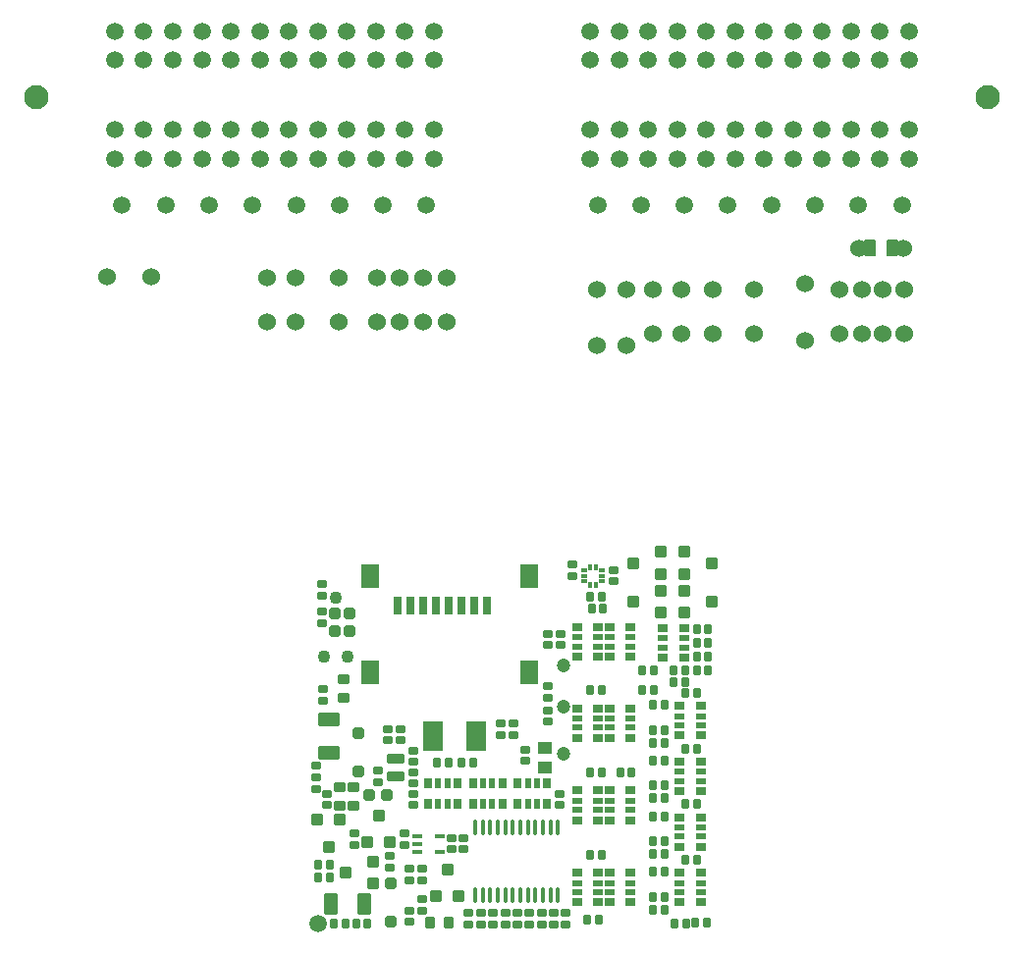
<source format=gbs>
G75*
G70*
%OFA0B0*%
%FSLAX25Y25*%
%IPPOS*%
%LPD*%
%AMOC8*
5,1,8,0,0,1.08239X$1,22.5*
%
%AMM104*
21,1,0.037400,0.026770,-0.000000,0.000000,180.000000*
21,1,0.026770,0.037400,-0.000000,0.000000,180.000000*
1,1,0.010630,-0.013390,0.013390*
1,1,0.010630,0.013390,0.013390*
1,1,0.010630,0.013390,-0.013390*
1,1,0.010630,-0.013390,-0.013390*
%
%AMM105*
21,1,0.029530,0.026380,-0.000000,0.000000,90.000000*
21,1,0.020470,0.035430,-0.000000,0.000000,90.000000*
1,1,0.009060,0.013190,0.010240*
1,1,0.009060,0.013190,-0.010240*
1,1,0.009060,-0.013190,-0.010240*
1,1,0.009060,-0.013190,0.010240*
%
%AMM106*
21,1,0.021650,0.027950,-0.000000,0.000000,90.000000*
21,1,0.014170,0.035430,-0.000000,0.000000,90.000000*
1,1,0.007480,0.013980,0.007090*
1,1,0.007480,0.013980,-0.007090*
1,1,0.007480,-0.013980,-0.007090*
1,1,0.007480,-0.013980,0.007090*
%
%AMM107*
21,1,0.037400,0.026770,-0.000000,0.000000,90.000000*
21,1,0.026770,0.037400,-0.000000,0.000000,90.000000*
1,1,0.010630,0.013390,0.013390*
1,1,0.010630,0.013390,-0.013390*
1,1,0.010630,-0.013390,-0.013390*
1,1,0.010630,-0.013390,0.013390*
%
%AMM108*
21,1,0.082680,0.045670,-0.000000,0.000000,270.000000*
21,1,0.067320,0.061020,-0.000000,0.000000,270.000000*
1,1,0.015350,-0.022840,-0.033660*
1,1,0.015350,-0.022840,0.033660*
1,1,0.015350,0.022840,0.033660*
1,1,0.015350,0.022840,-0.033660*
%
%AMM109*
21,1,0.062990,0.020470,-0.000000,0.000000,270.000000*
21,1,0.053940,0.029530,-0.000000,0.000000,270.000000*
1,1,0.009060,-0.010240,-0.026970*
1,1,0.009060,-0.010240,0.026970*
1,1,0.009060,0.010240,0.026970*
1,1,0.009060,0.010240,-0.026970*
%
%AMM110*
21,1,0.039370,0.030320,-0.000000,0.000000,270.000000*
21,1,0.028350,0.041340,-0.000000,0.000000,270.000000*
1,1,0.011020,-0.015160,-0.014170*
1,1,0.011020,-0.015160,0.014170*
1,1,0.011020,0.015160,0.014170*
1,1,0.011020,0.015160,-0.014170*
%
%AMM111*
21,1,0.016540,0.028980,-0.000000,0.000000,270.000000*
21,1,0.010080,0.035430,-0.000000,0.000000,270.000000*
1,1,0.006460,-0.014490,-0.005040*
1,1,0.006460,-0.014490,0.005040*
1,1,0.006460,0.014490,0.005040*
1,1,0.006460,0.014490,-0.005040*
%
%AMM112*
21,1,0.074800,0.036220,-0.000000,0.000000,90.000000*
21,1,0.061810,0.049210,-0.000000,0.000000,90.000000*
1,1,0.012990,0.018110,0.030910*
1,1,0.012990,0.018110,-0.030910*
1,1,0.012990,-0.018110,-0.030910*
1,1,0.012990,-0.018110,0.030910*
%
%AMM113*
21,1,0.039760,0.026770,-0.000000,0.000000,90.000000*
21,1,0.029130,0.037400,-0.000000,0.000000,90.000000*
1,1,0.010630,0.013390,0.014570*
1,1,0.010630,0.013390,-0.014570*
1,1,0.010630,-0.013390,-0.014570*
1,1,0.010630,-0.013390,0.014570*
%
%AMM114*
21,1,0.031500,0.049610,-0.000000,0.000000,90.000000*
21,1,0.022050,0.059060,-0.000000,0.000000,90.000000*
1,1,0.009450,0.024800,0.011020*
1,1,0.009450,0.024800,-0.011020*
1,1,0.009450,-0.024800,-0.011020*
1,1,0.009450,-0.024800,0.011020*
%
%AMM115*
21,1,0.074800,0.036220,-0.000000,0.000000,180.000000*
21,1,0.061810,0.049210,-0.000000,0.000000,180.000000*
1,1,0.012990,-0.030910,0.018110*
1,1,0.012990,0.030910,0.018110*
1,1,0.012990,0.030910,-0.018110*
1,1,0.012990,-0.030910,-0.018110*
%
%AMM116*
21,1,0.031500,0.030710,-0.000000,0.000000,180.000000*
21,1,0.022050,0.040160,-0.000000,0.000000,180.000000*
1,1,0.009450,-0.011020,0.015350*
1,1,0.009450,0.011020,0.015350*
1,1,0.009450,0.011020,-0.015350*
1,1,0.009450,-0.011020,-0.015350*
%
%AMM75*
21,1,0.029530,0.026380,-0.000000,0.000000,0.000000*
21,1,0.020470,0.035430,-0.000000,0.000000,0.000000*
1,1,0.009060,0.010240,-0.013190*
1,1,0.009060,-0.010240,-0.013190*
1,1,0.009060,-0.010240,0.013190*
1,1,0.009060,0.010240,0.013190*
%
%AMM76*
21,1,0.021650,0.027950,-0.000000,0.000000,0.000000*
21,1,0.014170,0.035430,-0.000000,0.000000,0.000000*
1,1,0.007480,0.007090,-0.013980*
1,1,0.007480,-0.007090,-0.013980*
1,1,0.007480,-0.007090,0.013980*
1,1,0.007480,0.007090,0.013980*
%
%AMM79*
21,1,0.031500,0.018900,-0.000000,0.000000,180.000000*
21,1,0.022840,0.027560,-0.000000,0.000000,180.000000*
1,1,0.008660,-0.011420,0.009450*
1,1,0.008660,0.011420,0.009450*
1,1,0.008660,0.011420,-0.009450*
1,1,0.008660,-0.011420,-0.009450*
%
%AMM81*
21,1,0.031500,0.018900,-0.000000,0.000000,270.000000*
21,1,0.022840,0.027560,-0.000000,0.000000,270.000000*
1,1,0.008660,-0.009450,-0.011420*
1,1,0.008660,-0.009450,0.011420*
1,1,0.008660,0.009450,0.011420*
1,1,0.008660,0.009450,-0.011420*
%
%AMM83*
21,1,0.039370,0.030320,-0.000000,0.000000,0.000000*
21,1,0.028350,0.041340,-0.000000,0.000000,0.000000*
1,1,0.011020,0.014170,-0.015160*
1,1,0.011020,-0.014170,-0.015160*
1,1,0.011020,-0.014170,0.015160*
1,1,0.011020,0.014170,0.015160*
%
%AMM86*
21,1,0.031500,0.030710,-0.000000,0.000000,90.000000*
21,1,0.022050,0.040160,-0.000000,0.000000,90.000000*
1,1,0.009450,0.015350,0.011020*
1,1,0.009450,0.015350,-0.011020*
1,1,0.009450,-0.015350,-0.011020*
1,1,0.009450,-0.015350,0.011020*
%
%ADD10C,0.05906*%
%ADD103C,0.04724*%
%ADD104C,0.04294*%
%ADD11C,0.06000*%
%ADD135R,0.01772X0.01870*%
%ADD141R,0.01870X0.01772*%
%ADD165M75*%
%ADD166M76*%
%ADD170M79*%
%ADD172M81*%
%ADD174M83*%
%ADD178M86*%
%ADD199M104*%
%ADD200M105*%
%ADD201M106*%
%ADD202M107*%
%ADD203M108*%
%ADD204M109*%
%ADD205M110*%
%ADD206M111*%
%ADD207O,0.01378X0.05354*%
%ADD208M112*%
%ADD209M113*%
%ADD210R,0.07087X0.09843*%
%ADD211M114*%
%ADD212R,0.04724X0.04331*%
%ADD213M115*%
%ADD214M116*%
%ADD29C,0.08268*%
X0000000Y0000000D02*
%LPD*%
G01*
D29*
X0008481Y0330774D03*
X0331316Y0330774D03*
D10*
X0304741Y0353214D03*
X0294899Y0353214D03*
X0285056Y0353214D03*
X0275214Y0353214D03*
X0265371Y0353214D03*
X0255529Y0353214D03*
X0245686Y0353214D03*
X0235844Y0353214D03*
X0226001Y0353214D03*
X0216159Y0353214D03*
X0206316Y0353214D03*
X0196473Y0353214D03*
X0304741Y0343372D03*
X0294899Y0343372D03*
X0285056Y0343372D03*
X0275214Y0343372D03*
X0265371Y0343372D03*
X0255529Y0343372D03*
X0245686Y0343372D03*
X0235844Y0343372D03*
X0226001Y0343372D03*
X0216159Y0343372D03*
X0206316Y0343372D03*
X0196473Y0343372D03*
X0304741Y0319750D03*
X0294899Y0319750D03*
X0285056Y0319750D03*
X0275214Y0319750D03*
X0265371Y0319750D03*
X0255529Y0319750D03*
X0245686Y0319750D03*
X0235844Y0319750D03*
X0226001Y0319750D03*
X0216159Y0319750D03*
X0206316Y0319750D03*
X0196473Y0319750D03*
X0304741Y0309907D03*
X0294899Y0309907D03*
X0285056Y0309907D03*
X0275214Y0309907D03*
X0265371Y0309907D03*
X0255529Y0309907D03*
X0245686Y0309907D03*
X0235844Y0309907D03*
X0226001Y0309907D03*
X0216159Y0309907D03*
X0206316Y0309907D03*
X0196473Y0309907D03*
X0302281Y0294159D03*
X0287517Y0294159D03*
X0272753Y0294159D03*
X0257989Y0294159D03*
X0243225Y0294159D03*
X0228462Y0294159D03*
X0213698Y0294159D03*
X0198934Y0294159D03*
X0143324Y0353214D03*
X0133481Y0353214D03*
X0123639Y0353214D03*
X0113796Y0353214D03*
X0103954Y0353214D03*
X0094111Y0353214D03*
X0084269Y0353214D03*
X0074426Y0353214D03*
X0064584Y0353214D03*
X0054741Y0353214D03*
X0044899Y0353214D03*
X0035056Y0353214D03*
X0143324Y0343372D03*
X0133481Y0343372D03*
X0123639Y0343372D03*
X0113796Y0343372D03*
X0103954Y0343372D03*
X0094111Y0343372D03*
X0084269Y0343372D03*
X0074426Y0343372D03*
X0064584Y0343372D03*
X0054741Y0343372D03*
X0044899Y0343372D03*
X0035056Y0343372D03*
X0143324Y0319750D03*
X0133481Y0319750D03*
X0123639Y0319750D03*
X0113796Y0319750D03*
X0103954Y0319750D03*
X0094111Y0319750D03*
X0084269Y0319750D03*
X0074426Y0319750D03*
X0064584Y0319750D03*
X0054741Y0319750D03*
X0044899Y0319750D03*
X0035056Y0319750D03*
X0143324Y0309907D03*
X0133481Y0309907D03*
X0123639Y0309907D03*
X0113796Y0309907D03*
X0103954Y0309907D03*
X0094111Y0309907D03*
X0084269Y0309907D03*
X0074426Y0309907D03*
X0064584Y0309907D03*
X0054741Y0309907D03*
X0044899Y0309907D03*
X0035056Y0309907D03*
X0140863Y0294159D03*
X0126099Y0294159D03*
X0111336Y0294159D03*
X0096572Y0294159D03*
X0081808Y0294159D03*
X0067044Y0294159D03*
X0052281Y0294159D03*
X0037517Y0294159D03*
D11*
X0131890Y0269311D03*
X0131890Y0254311D03*
X0032244Y0269685D03*
X0047244Y0269685D03*
X0124016Y0269311D03*
X0124016Y0254311D03*
X0086614Y0269311D03*
X0086614Y0254311D03*
X0208661Y0265551D03*
X0208661Y0246260D03*
X0111220Y0269311D03*
X0111220Y0254311D03*
X0269291Y0267520D03*
X0269291Y0248228D03*
X0198819Y0265551D03*
X0198819Y0246260D03*
X0251969Y0265374D03*
X0251969Y0250374D03*
X0147638Y0269311D03*
X0147638Y0254311D03*
X0303150Y0265374D03*
X0303150Y0250374D03*
X0281102Y0265374D03*
X0281102Y0250374D03*
X0288583Y0265374D03*
X0288583Y0250374D03*
X0139764Y0269311D03*
X0139764Y0254311D03*
X0295669Y0265374D03*
X0295669Y0250374D03*
X0096457Y0269311D03*
X0096457Y0254311D03*
X0227559Y0265374D03*
X0227559Y0250374D03*
X0238189Y0265374D03*
X0238189Y0250374D03*
X0217717Y0265374D03*
X0217717Y0250374D03*
X0287756Y0279528D03*
G36*
G01*
X0289547Y0277067D02*
X0289547Y0281988D01*
G75*
G02*
X0289941Y0282382I0000394J0000000D01*
G01*
X0293091Y0282382D01*
G75*
G02*
X0293484Y0281988I0000000J-000394D01*
G01*
X0293484Y0277067D01*
G75*
G02*
X0293091Y0276673I-000394J0000000D01*
G01*
X0289941Y0276673D01*
G75*
G02*
X0289547Y0277067I0000000J0000394D01*
G01*
G37*
G36*
G01*
X0297028Y0277067D02*
X0297028Y0281988D01*
G75*
G02*
X0297421Y0282382I0000394J0000000D01*
G01*
X0300571Y0282382D01*
G75*
G02*
X0300965Y0281988I0000000J-000394D01*
G01*
X0300965Y0277067D01*
G75*
G02*
X0300571Y0276673I-000394J0000000D01*
G01*
X0297421Y0276673D01*
G75*
G02*
X0297028Y0277067I0000000J0000394D01*
G01*
G37*
X0302756Y0279528D03*
X0241634Y0045768D02*
G01*
G75*
D165*
X0156595Y0097737D02*
D03*
X0181890Y0097737D02*
D03*
X0166634Y0097737D02*
D03*
X0171850Y0097737D02*
D03*
X0141339Y0090650D02*
D03*
X0141339Y0097737D02*
D03*
X0151378Y0097737D02*
D03*
X0151378Y0090650D02*
D03*
X0181890Y0090650D02*
D03*
X0171850Y0090650D02*
D03*
X0166634Y0090650D02*
D03*
X0156595Y0090650D02*
D03*
D166*
X0160040Y0097737D02*
D03*
X0175295Y0097737D02*
D03*
X0163189Y0097737D02*
D03*
X0178445Y0097737D02*
D03*
X0147933Y0097737D02*
D03*
X0144784Y0097737D02*
D03*
X0144784Y0090650D02*
D03*
X0147933Y0090650D02*
D03*
X0175295Y0090650D02*
D03*
X0178445Y0090650D02*
D03*
X0160040Y0090650D02*
D03*
X0163189Y0090650D02*
D03*
D170*
X0103445Y0099705D02*
D03*
X0103445Y0095768D02*
D03*
X0106988Y0094193D02*
D03*
X0106988Y0090256D02*
D03*
X0124311Y0102067D02*
D03*
X0124311Y0098130D02*
D03*
X0182013Y0130720D02*
D03*
X0182013Y0126783D02*
D03*
X0182013Y0122524D02*
D03*
X0182013Y0118587D02*
D03*
X0149546Y0079202D02*
D03*
X0149546Y0075265D02*
D03*
X0153269Y0079202D02*
D03*
X0153269Y0075265D02*
D03*
X0116437Y0076786D02*
D03*
X0116437Y0080723D02*
D03*
X0105504Y0165420D02*
D03*
X0105743Y0129672D02*
D03*
X0182013Y0144587D02*
D03*
X0127855Y0112303D02*
D03*
X0132185Y0112303D02*
D03*
X0136404Y0108873D02*
D03*
X0136349Y0097596D02*
D03*
X0166009Y0118012D02*
D03*
X0174494Y0105286D02*
D03*
X0204360Y0170203D02*
D03*
X0186516Y0144587D02*
D03*
X0103445Y0103642D02*
D03*
X0136440Y0090256D02*
D03*
X0135042Y0068603D02*
D03*
X0135042Y0054538D02*
D03*
X0139272Y0068603D02*
D03*
X0139272Y0054538D02*
D03*
X0186180Y0094241D02*
D03*
X0188091Y0049705D02*
D03*
X0127855Y0116240D02*
D03*
X0166009Y0114075D02*
D03*
X0170497Y0114075D02*
D03*
X0170497Y0118012D02*
D03*
X0190453Y0172146D02*
D03*
X0190453Y0168209D02*
D03*
X0204360Y0166266D02*
D03*
X0133536Y0080821D02*
D03*
X0133536Y0076884D02*
D03*
X0135042Y0050600D02*
D03*
X0136440Y0094193D02*
D03*
X0174494Y0109223D02*
D03*
X0136349Y0101533D02*
D03*
X0136404Y0104936D02*
D03*
X0139272Y0064666D02*
D03*
X0186180Y0090304D02*
D03*
X0188091Y0053642D02*
D03*
X0105743Y0125735D02*
D03*
X0103445Y0099705D02*
D03*
X0128469Y0072933D02*
D03*
X0128469Y0068996D02*
D03*
X0135042Y0064666D02*
D03*
X0186516Y0148524D02*
D03*
X0182013Y0148524D02*
D03*
X0132185Y0116240D02*
D03*
X0105504Y0161483D02*
D03*
X0105504Y0152167D02*
D03*
X0105504Y0156104D02*
D03*
X0139272Y0058475D02*
D03*
X0184154Y0049705D02*
D03*
X0184154Y0053642D02*
D03*
X0171752Y0049705D02*
D03*
X0171752Y0053642D02*
D03*
X0167618Y0049705D02*
D03*
X0167618Y0053642D02*
D03*
X0159350Y0049705D02*
D03*
X0159350Y0053642D02*
D03*
X0163484Y0049705D02*
D03*
X0163484Y0053642D02*
D03*
X0155217Y0049705D02*
D03*
X0155217Y0053642D02*
D03*
X0175886Y0049705D02*
D03*
X0175886Y0053642D02*
D03*
X0180020Y0049705D02*
D03*
X0180020Y0053642D02*
D03*
D172*
X0152658Y0104695D02*
D03*
X0148425Y0104695D02*
D03*
X0236516Y0150099D02*
D03*
X0236516Y0145374D02*
D03*
X0236516Y0140650D02*
D03*
X0236516Y0135926D02*
D03*
X0108169Y0065847D02*
D03*
X0108169Y0069981D02*
D03*
X0200390Y0161161D02*
D03*
X0196453Y0161161D02*
D03*
X0109351Y0050232D02*
D03*
X0113287Y0050232D02*
D03*
X0144488Y0104695D02*
D03*
X0156595Y0104695D02*
D03*
X0200886Y0156989D02*
D03*
X0196949Y0156989D02*
D03*
X0228662Y0132216D02*
D03*
X0224725Y0132216D02*
D03*
X0224725Y0135926D02*
D03*
X0228662Y0135926D02*
D03*
X0214075Y0135926D02*
D03*
X0218012Y0135926D02*
D03*
X0232579Y0135926D02*
D03*
X0232579Y0140650D02*
D03*
X0232579Y0150099D02*
D03*
X0232579Y0145374D02*
D03*
X0199385Y0051267D02*
D03*
X0195448Y0051267D02*
D03*
X0196358Y0101477D02*
D03*
X0200295Y0101477D02*
D03*
X0206595Y0101477D02*
D03*
X0210532Y0101477D02*
D03*
X0196358Y0073524D02*
D03*
X0200295Y0073524D02*
D03*
X0221752Y0096949D02*
D03*
X0217815Y0096949D02*
D03*
X0221752Y0067619D02*
D03*
X0217815Y0067619D02*
D03*
X0221752Y0054823D02*
D03*
X0217815Y0054823D02*
D03*
X0228662Y0071715D02*
D03*
X0232599Y0071715D02*
D03*
X0229036Y0050099D02*
D03*
X0225099Y0050099D02*
D03*
X0232185Y0050296D02*
D03*
X0236122Y0050296D02*
D03*
X0120877Y0050232D02*
D03*
X0116940Y0050232D02*
D03*
X0104232Y0065847D02*
D03*
X0104232Y0069981D02*
D03*
X0217815Y0073721D02*
D03*
X0221752Y0073721D02*
D03*
X0217815Y0078051D02*
D03*
X0221752Y0078051D02*
D03*
X0217815Y0086516D02*
D03*
X0221752Y0086516D02*
D03*
X0232599Y0090682D02*
D03*
X0228662Y0090682D02*
D03*
X0200295Y0129429D02*
D03*
X0196358Y0129429D02*
D03*
X0217815Y0059154D02*
D03*
X0221752Y0059154D02*
D03*
X0232599Y0109525D02*
D03*
X0228662Y0109525D02*
D03*
X0217815Y0105414D02*
D03*
X0221752Y0105414D02*
D03*
X0217815Y0092619D02*
D03*
X0221752Y0092619D02*
D03*
X0232599Y0128505D02*
D03*
X0228662Y0128505D02*
D03*
X0217815Y0124312D02*
D03*
X0221752Y0124312D02*
D03*
X0217815Y0115847D02*
D03*
X0221752Y0115847D02*
D03*
X0217815Y0111516D02*
D03*
X0221752Y0111516D02*
D03*
X0214075Y0129293D02*
D03*
X0218012Y0129293D02*
D03*
D174*
X0111378Y0085325D02*
D03*
X0120853Y0077585D02*
D03*
X0144223Y0059252D02*
D03*
D178*
X0112795Y0132973D02*
D03*
X0112795Y0126673D02*
D03*
X0111417Y0096359D02*
D03*
X0111417Y0090059D02*
D03*
X0116043Y0096359D02*
D03*
X0116043Y0090059D02*
D03*
D174*
X0147964Y0068504D02*
D03*
X0128333Y0077585D02*
D03*
X0124593Y0086837D02*
D03*
X0103898Y0085325D02*
D03*
X0107638Y0076073D02*
D03*
X0151704Y0059252D02*
D03*
D103*
X0187500Y0123681D02*
D03*
X0187500Y0137894D02*
D03*
X0187500Y0107894D02*
D03*
D104*
X0109941Y0160886D02*
D03*
X0113941Y0140886D02*
D03*
X0105941Y0140886D02*
D03*
D10*
X0104232Y0050099D02*
D03*
D199*
X0121240Y0093799D02*
D03*
X0127461Y0093799D02*
D03*
D200*
X0192028Y0123229D02*
D03*
X0199114Y0123229D02*
D03*
X0199114Y0113189D02*
D03*
X0192028Y0113189D02*
D03*
X0199114Y0095276D02*
D03*
X0199114Y0067323D02*
D03*
X0203051Y0085237D02*
D03*
X0228248Y0140355D02*
D03*
X0221162Y0140355D02*
D03*
X0221162Y0150394D02*
D03*
X0228248Y0150394D02*
D03*
X0210138Y0057284D02*
D03*
X0203051Y0057284D02*
D03*
X0203051Y0067323D02*
D03*
X0210138Y0067323D02*
D03*
X0192028Y0067323D02*
D03*
X0199114Y0057284D02*
D03*
X0192028Y0057284D02*
D03*
X0210138Y0085237D02*
D03*
X0203051Y0095276D02*
D03*
X0210138Y0095276D02*
D03*
X0192028Y0095276D02*
D03*
X0199114Y0085237D02*
D03*
X0192028Y0085237D02*
D03*
X0233957Y0086221D02*
D03*
X0226870Y0086221D02*
D03*
X0226870Y0076181D02*
D03*
X0233957Y0076181D02*
D03*
X0233957Y0067323D02*
D03*
X0226870Y0067323D02*
D03*
X0226870Y0057284D02*
D03*
X0233957Y0057284D02*
D03*
X0233957Y0105119D02*
D03*
X0226870Y0105119D02*
D03*
X0226870Y0095079D02*
D03*
X0233957Y0095079D02*
D03*
X0233957Y0124016D02*
D03*
X0226870Y0124016D02*
D03*
X0226870Y0113977D02*
D03*
X0233957Y0113977D02*
D03*
X0210138Y0123229D02*
D03*
X0203051Y0123229D02*
D03*
X0203051Y0113189D02*
D03*
X0210138Y0113189D02*
D03*
X0210138Y0150788D02*
D03*
X0203051Y0150788D02*
D03*
X0203051Y0140748D02*
D03*
X0210138Y0140748D02*
D03*
X0192028Y0140748D02*
D03*
X0199114Y0140748D02*
D03*
X0199114Y0150788D02*
D03*
X0192028Y0150788D02*
D03*
D201*
X0199114Y0116634D02*
D03*
X0199114Y0119784D02*
D03*
X0192028Y0119784D02*
D03*
X0192028Y0116634D02*
D03*
X0199114Y0091831D02*
D03*
X0199114Y0063878D02*
D03*
X0203051Y0088681D02*
D03*
X0221162Y0146949D02*
D03*
X0221162Y0143800D02*
D03*
X0228248Y0143800D02*
D03*
X0228248Y0146949D02*
D03*
X0203051Y0063878D02*
D03*
X0203051Y0060729D02*
D03*
X0210138Y0060729D02*
D03*
X0210138Y0063878D02*
D03*
X0199114Y0060729D02*
D03*
X0192028Y0063878D02*
D03*
X0192028Y0060729D02*
D03*
X0203051Y0091831D02*
D03*
X0210138Y0088681D02*
D03*
X0210138Y0091831D02*
D03*
X0199114Y0088682D02*
D03*
X0192028Y0091831D02*
D03*
X0192028Y0088682D02*
D03*
X0233957Y0082776D02*
D03*
X0233957Y0079626D02*
D03*
X0226870Y0079626D02*
D03*
X0226870Y0082776D02*
D03*
X0233957Y0063879D02*
D03*
X0233957Y0060729D02*
D03*
X0226870Y0060729D02*
D03*
X0226870Y0063879D02*
D03*
X0233957Y0101674D02*
D03*
X0233957Y0098524D02*
D03*
X0226870Y0098524D02*
D03*
X0226870Y0101674D02*
D03*
X0233957Y0120571D02*
D03*
X0233957Y0117422D02*
D03*
X0226870Y0117422D02*
D03*
X0226870Y0120571D02*
D03*
X0210138Y0119784D02*
D03*
X0210138Y0116634D02*
D03*
X0203051Y0116634D02*
D03*
X0203051Y0119784D02*
D03*
X0210138Y0147343D02*
D03*
X0210138Y0144193D02*
D03*
X0203051Y0144193D02*
D03*
X0203051Y0147343D02*
D03*
X0192028Y0144193D02*
D03*
X0192028Y0147343D02*
D03*
X0199114Y0147343D02*
D03*
X0199114Y0144193D02*
D03*
D202*
X0114764Y0155571D02*
D03*
X0109774Y0155571D02*
D03*
X0109774Y0149351D02*
D03*
X0114764Y0149351D02*
D03*
D203*
X0121654Y0168209D02*
D03*
X0121654Y0135532D02*
D03*
X0175787Y0168209D02*
D03*
X0175787Y0135532D02*
D03*
D204*
X0139685Y0157973D02*
D03*
X0131024Y0157973D02*
D03*
X0135354Y0157973D02*
D03*
X0144016Y0157973D02*
D03*
X0148347Y0157973D02*
D03*
X0152677Y0157973D02*
D03*
X0157008Y0157973D02*
D03*
X0161339Y0157973D02*
D03*
D205*
X0220295Y0176280D02*
D03*
X0220295Y0163076D02*
D03*
X0228327Y0168799D02*
D03*
X0228327Y0155596D02*
D03*
X0211043Y0172540D02*
D03*
X0211043Y0159336D02*
D03*
X0237579Y0159336D02*
D03*
X0122658Y0071162D02*
D03*
X0113406Y0067422D02*
D03*
X0237579Y0172540D02*
D03*
D141*
X0194522Y0170203D02*
D03*
X0194522Y0166266D02*
D03*
X0200526Y0170203D02*
D03*
X0200526Y0168235D02*
D03*
X0194522Y0168235D02*
D03*
X0200526Y0166266D02*
D03*
D206*
X0137874Y0079638D02*
D03*
X0137874Y0074520D02*
D03*
X0137874Y0077079D02*
D03*
X0145355Y0079638D02*
D03*
X0145355Y0074520D02*
D03*
D207*
X0157382Y0082855D02*
D03*
X0159941Y0059863D02*
D03*
X0157382Y0059863D02*
D03*
X0180413Y0082855D02*
D03*
X0182972Y0059863D02*
D03*
X0185532Y0059863D02*
D03*
X0180413Y0059863D02*
D03*
X0177854Y0059863D02*
D03*
X0175295Y0059863D02*
D03*
X0172736Y0059863D02*
D03*
X0170177Y0059863D02*
D03*
X0167618Y0059863D02*
D03*
X0165059Y0059863D02*
D03*
X0162500Y0059863D02*
D03*
X0185532Y0082855D02*
D03*
X0182972Y0082855D02*
D03*
X0177854Y0082855D02*
D03*
X0175295Y0082855D02*
D03*
X0172736Y0082855D02*
D03*
X0170177Y0082855D02*
D03*
X0167618Y0082855D02*
D03*
X0165059Y0082855D02*
D03*
X0162500Y0082855D02*
D03*
X0159941Y0082855D02*
D03*
D208*
X0119795Y0056792D02*
D03*
X0108377Y0056792D02*
D03*
D209*
X0117660Y0114882D02*
D03*
X0117660Y0101890D02*
D03*
X0128860Y0050805D02*
D03*
X0128860Y0063797D02*
D03*
D210*
X0143065Y0113657D02*
D03*
X0157632Y0113657D02*
D03*
D135*
X0198508Y0165233D02*
D03*
X0196540Y0165233D02*
D03*
X0196540Y0171237D02*
D03*
X0198508Y0171237D02*
D03*
D211*
X0130542Y0100246D02*
D03*
X0130542Y0106151D02*
D03*
D205*
X0220295Y0168799D02*
D03*
X0220295Y0155596D02*
D03*
X0228327Y0163076D02*
D03*
X0122658Y0063681D02*
D03*
X0228327Y0176280D02*
D03*
D212*
X0181201Y0103049D02*
D03*
X0181201Y0109742D02*
D03*
D213*
X0107664Y0119410D02*
D03*
X0107664Y0107993D02*
D03*
D214*
X0142028Y0050493D02*
D03*
X0148327Y0050493D02*
D03*
M02*

</source>
